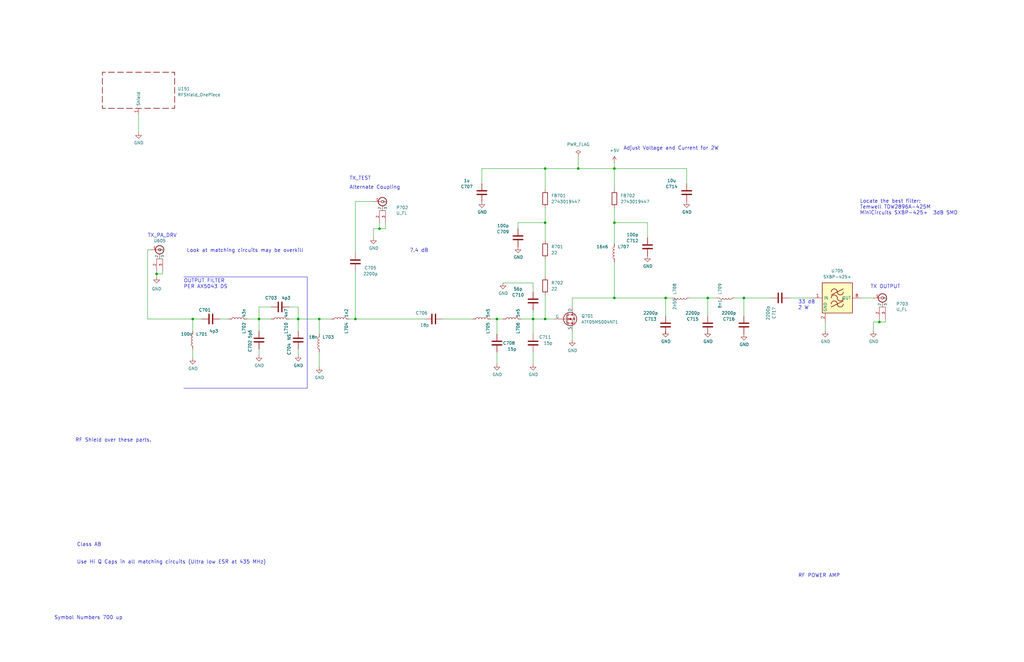
<source format=kicad_sch>
(kicad_sch (version 20230121) (generator eeschema)
  (paper "USLedger")
  (title_block (title "Radiation Tolerant PacSat Communication") (date "2023-06-17") (rev "A") (company "AMSAT-NA") (comment 1 "N5BRG"))
  (lib_symbols
    (symbol "Device:C" (pin_numbers hide) (pin_names (offset 0.254))
      (property "Reference" "C" (at 0.635 2.54 0))
      (property "Value" "C" (at 0.635 -2.54 0))
      (symbol "C_0_1"
        (polyline (pts (xy -2.032 -0.762) (xy 2.032 -0.762)) (stroke (width 0.508)))
        (polyline (pts (xy -2.032 0.762) (xy 2.032 0.762)) (stroke (width 0.508)))
      )
      (symbol "C_1_1"
        (pin passive line (at 0 3.81 270) (length 2.794) (name "~") (number "1"))
        (pin passive line (at 0 -3.81 90) (length 2.794) (name "~") (number "2"))
      )
    )
    (symbol "Device:L" (pin_numbers hide) (pin_names (offset 1.016) hide)
      (property "Reference" "L" (at -1.27 0 90))
      (property "Value" "L" (at 1.905 0 90))
      (symbol "L_0_1"
        (arc (start 0 -2.54) (mid 0.6323 -1.905) (end 0 -1.27))
        (arc (start 0 -1.27) (mid 0.6323 -0.635) (end 0 0))
        (arc (start 0 0) (mid 0.6323 0.635) (end 0 1.27))
        (arc (start 0 1.27) (mid 0.6323 1.905) (end 0 2.54))
      )
      (symbol "L_1_1"
        (pin passive line (at 0 3.81 270) (length 1.27) (name "1") (number "1"))
        (pin passive line (at 0 -3.81 90) (length 1.27) (name "2") (number "2"))
      )
    )
    (symbol "Device:R" (pin_numbers hide) (pin_names (offset 0))
      (property "Reference" "R" (at 2.032 0 90))
      (property "Value" "R" (at 0 0 90))
      (symbol "R_0_1"
        (rectangle (start -1.016 -2.54) (end 1.016 2.54) (stroke (width 0.254)))
      )
      (symbol "R_1_1"
        (pin passive line (at 0 3.81 270) (length 1.27) (name "~") (number "1"))
        (pin passive line (at 0 -3.81 90) (length 1.27) (name "~") (number "2"))
      )
    )
    (symbol "Device:RFShield_OnePiece" (pin_names (offset 1.016))
      (property "Reference" "J" (at 0 5.08 0))
      (property "Value" "RFShield_OnePiece" (at 0 2.54 0))
      (symbol "RFShield_OnePiece_0_1"
        (polyline (pts (xy -15.24 -5.08) (xy -15.24 -2.54)) (stroke (width 0.254)))
        (polyline (pts (xy -15.24 -1.27) (xy -15.24 1.27)) (stroke (width 0.254)))
        (polyline (pts (xy -15.24 2.54) (xy -15.24 5.08)) (stroke (width 0.254)))
        (polyline (pts (xy -12.7 7.62) (xy -10.16 7.62)) (stroke (width 0.254)))
        (polyline (pts (xy -10.16 -7.62) (xy -12.7 -7.62)) (stroke (width 0.254)))
        (polyline (pts (xy -6.35 -7.62) (xy -8.89 -7.62)) (stroke (width 0.254)))
        (polyline (pts (xy -6.35 7.62) (xy -8.89 7.62)) (stroke (width 0.254)))
        (polyline (pts (xy -2.54 -7.62) (xy -5.08 -7.62)) (stroke (width 0.254)))
        (polyline (pts (xy -2.54 7.62) (xy -5.08 7.62)) (stroke (width 0.254)))
        (polyline (pts (xy -1.27 -7.62) (xy 1.27 -7.62)) (stroke (width 0.254)))
        (polyline (pts (xy 1.27 7.62) (xy -1.27 7.62)) (stroke (width 0.254)))
        (polyline (pts (xy 2.54 -7.62) (xy 5.08 -7.62)) (stroke (width 0.254)))
        (polyline (pts (xy 5.08 7.62) (xy 2.54 7.62)) (stroke (width 0.254)))
        (polyline (pts (xy 6.35 -7.62) (xy 8.89 -7.62)) (stroke (width 0.254)))
        (polyline (pts (xy 8.89 7.62) (xy 6.35 7.62)) (stroke (width 0.254)))
        (polyline (pts (xy 10.16 -7.62) (xy 12.7 -7.62)) (stroke (width 0.254)))
        (polyline (pts (xy 12.7 7.62) (xy 10.16 7.62)) (stroke (width 0.254)))
        (polyline (pts (xy 15.24 -5.08) (xy 15.24 -2.54)) (stroke (width 0.254)))
        (polyline (pts (xy 15.24 -1.27) (xy 15.24 1.27)) (stroke (width 0.254)))
        (polyline (pts (xy 15.24 2.54) (xy 15.24 5.08)) (stroke (width 0.254)))
        (polyline (pts (xy -15.24 6.35) (xy -15.24 7.62) (xy -13.97 7.62)) (stroke (width 0.254)))
        (polyline (pts (xy -13.97 -7.62) (xy -15.24 -7.62) (xy -15.24 -6.35)) (stroke (width 0.254)))
        (polyline (pts (xy 13.97 -7.62) (xy 15.24 -7.62) (xy 15.24 -6.35)) (stroke (width 0.254)))
        (polyline (pts (xy 15.24 6.35) (xy 15.24 7.62) (xy 13.97 7.62)) (stroke (width 0.254)))
      )
      (symbol "RFShield_OnePiece_1_1"
        (pin passive line (at 0 -10.16 90) (length 2.54) (name "Shield") (number "1"))
      )
    )
    (symbol "PACSAT_DEV_misc:NMOS" (pin_numbers hide) (pin_names (offset 0))
      (property "Reference" "Q?" (at 6.35 1.27 0))
      (property "Value" "ATF05MS004NT1" (at 6.35 -1.27 0))
      (symbol "NMOS_0_1"
        (polyline (pts (xy 0.254 0) (xy -2.54 0)))
        (polyline (pts (xy 0.254 1.905) (xy 0.254 -1.905)) (stroke (width 0.254)))
        (polyline (pts (xy 0.762 -1.27) (xy 0.762 -2.286)) (stroke (width 0.254)))
        (polyline (pts (xy 0.762 0.508) (xy 0.762 -0.508)) (stroke (width 0.254)))
        (polyline (pts (xy 0.762 2.286) (xy 0.762 1.27)) (stroke (width 0.254)))
        (polyline (pts (xy 2.54 2.54) (xy 2.54 1.778)))
        (polyline (pts (xy 2.54 -2.54) (xy 2.54 0) (xy 0.762 0)))
        (polyline (pts (xy 0.762 -1.778) (xy 3.302 -1.778) (xy 3.302 1.778) (xy 0.762 1.778)))
        (polyline (pts (xy 1.016 0) (xy 2.032 0.381) (xy 2.032 -0.381) (xy 1.016 0)) (fill (type outline)))
        (polyline (pts (xy 2.794 0.508) (xy 2.921 0.381) (xy 3.683 0.381) (xy 3.81 0.254)))
        (polyline (pts (xy 3.302 0.381) (xy 2.921 -0.254) (xy 3.683 -0.254) (xy 3.302 0.381)))
        (circle (center 1.651 0) (radius 2.794) (stroke (width 0.254)))
        (circle (center 2.54 -1.778) (radius 0.254) (fill (type outline)))
        (circle (center 2.54 1.778) (radius 0.254) (fill (type outline)))
      )
      (symbol "NMOS_1_1"
        (pin input line (at -5.08 0 0) (length 2.54) (name "G") (number "1"))
        (pin passive line (at 2.54 -5.08 90) (length 2.54) (name "S") (number "2"))
        (pin passive line (at 2.54 5.08 270) (length 2.54) (name "D") (number "3"))
      )
    )
    (symbol "PACSAT_DEV_misc:U_FL"
      (property "Reference" "U" (at -3.81 2.54 0))
      (symbol "U_FL_0_1"
        (polyline (pts (xy -1.27 -3.81) (xy 1.27 -3.81)))
        (polyline (pts (xy 0 -3.81) (xy 0 -1.778)))
        (circle (center 0 0) (radius 0.508) (stroke (width 0.2032)))
        (circle (center 0 0) (radius 1.778) (stroke (width 0.3048)))
      )
      (symbol "U_FL_1_1"
        (pin bidirectional line (at -3.81 0 0) (length 3.302) (name "In") (number "1"))
        (pin power_in line (at -1.27 -8.89 90) (length 5.08) (name "2") (number "2"))
        (pin power_in line (at 1.27 -8.89 90) (length 5.08) (name "3") (number "3"))
      )
    )
    (symbol "RF_Filter:SXBP-202"
      (property "Reference" "U" (at -6.35 7.62 0))
      (property "Value" "SXBP-202" (at 6.35 7.62 0))
      (symbol "SXBP-202_0_1"
        (rectangle (start -6.35 6.35) (end 6.35 -6.35) (stroke (width 0.254)) (fill (type background)))
        (arc (start 0 -2.54) (mid -1.27 -1.2755) (end -2.54 -2.54) (stroke (width 0.254)))
        (arc (start 0 -2.54) (mid 1.27 -3.8045) (end 2.54 -2.54) (stroke (width 0.254)))
        (arc (start 0 0) (mid -1.27 1.2645) (end -2.54 0) (stroke (width 0.254)))
        (polyline (pts (xy -2.54 -3.81) (xy 2.54 -1.27)) (stroke (width 0.254)))
        (polyline (pts (xy -2.54 1.27) (xy 2.54 3.81)) (stroke (width 0.254)))
        (arc (start 0 0) (mid 1.27 -1.2645) (end 2.54 0) (stroke (width 0.254)))
        (arc (start 0 2.54) (mid -1.27 3.8045) (end -2.54 2.54) (stroke (width 0.254)))
        (arc (start 0 2.54) (mid 1.27 1.2755) (end 2.54 2.54) (stroke (width 0.254)))
      )
      (symbol "SXBP-202_1_1"
        (pin input line (at -10.16 0 0) (length 3.81) (name "IN") (number "1"))
        (pin power_in line (at -5.08 -10.16 90) (length 3.81) (name "GND") (number "2"))
        (pin passive line (at -5.08 -10.16 90) (length 3.81) hide (name "GND") (number "3"))
        (pin passive line (at -5.08 -10.16 90) (length 3.81) hide (name "GND") (number "4"))
        (pin passive line (at -5.08 -10.16 90) (length 3.81) hide (name "GND") (number "5"))
        (pin passive line (at -5.08 -10.16 90) (length 3.81) hide (name "GND") (number "6"))
        (pin passive line (at -5.08 -10.16 90) (length 3.81) hide (name "GND") (number "7"))
        (pin output line (at 10.16 0 180) (length 3.81) (name "OUT") (number "8"))
      )
    )
    (symbol "power:+5V" (power) (pin_names (offset 0))
      (property "Value" "+5V" (at 0 3.556 0))
      (symbol "+5V_0_1"
        (polyline (pts (xy -0.762 1.27) (xy 0 2.54)))
        (polyline (pts (xy 0 0) (xy 0 2.54)))
        (polyline (pts (xy 0 2.54) (xy 0.762 1.27)))
      )
      (symbol "+5V_1_1"
        (pin power_in line (at 0 0 90) (length 0) hide (name "+5V") (number "1"))
      )
    )
    (symbol "power:GND" (power) (pin_names (offset 0))
      (property "Value" "GND" (at 0 -3.81 0))
      (symbol "GND_0_1"
        (polyline (pts (xy 0 0) (xy 0 -1.27) (xy 1.27 -1.27) (xy 0 -2.54) (xy -1.27 -1.27) (xy 0 -1.27)))
      )
      (symbol "GND_1_1"
        (pin power_in line (at 0 0 270) (length 0) hide (name "GND") (number "1"))
      )
    )
    (symbol "power:PWR_FLAG" (power) (pin_numbers hide) (pin_names (offset 0) hide)
      (property "Value" "PWR_FLAG" (at 0 3.81 0))
      (symbol "PWR_FLAG_0_0"
        (pin power_out line (at 0 0 90) (length 0) (name "pwr") (number "1"))
      )
      (symbol "PWR_FLAG_0_1"
        (polyline (pts (xy 0 0) (xy 0 1.27) (xy -1.016 1.905) (xy 0 2.54) (xy 1.016 1.905) (xy 0 1.27)))
      )
    )
  )
  (junction (at 259.08 125.73))
  (junction (at 209.55 134.62))
  (junction (at 280.67 125.73))
  (junction (at 109.22 134.62))
  (junction (at 160.02 96.52))
  (junction (at 125.73 134.62))
  (junction (at 298.45 125.73))
  (junction (at 370.84 135.89))
  (junction (at 229.87 71.12))
  (junction (at 259.08 71.12))
  (junction (at 229.87 93.98))
  (junction (at 134.62 134.62))
  (junction (at 229.87 134.62))
  (junction (at 149.86 134.62))
  (junction (at 224.79 134.62))
  (junction (at 243.84 71.12))
  (junction (at 259.08 93.98))
  (junction (at 313.69 125.73))
  (junction (at 81.28 134.62))
  (junction (at 66.04 115.57))
  (wire (pts (xy 68.58 114.3) (xy 68.58 115.57)))
  (wire (pts (xy 209.55 134.62) (xy 209.55 140.97)))
  (wire (pts (xy 149.86 114.3) (xy 149.86 134.62)))
  (wire (pts (xy 224.79 134.62) (xy 229.87 134.62)))
  (wire (pts (xy 289.56 77.47) (xy 289.56 71.12)))
  (wire (pts (xy 186.69 134.62) (xy 199.39 134.62)))
  (wire (pts (xy 229.87 71.12) (xy 243.84 71.12)))
  (wire (pts (xy 243.84 66.04) (xy 243.84 71.12)))
  (wire (pts (xy 273.05 93.98) (xy 273.05 100.33)))
  (wire (pts (xy 243.84 71.12) (xy 259.08 71.12)))
  (wire (pts (xy 149.86 134.62) (xy 179.07 134.62)))
  (wire (pts (xy 157.48 96.52) (xy 157.48 100.33)))
  (wire (pts (xy 66.04 115.57) (xy 68.58 115.57)))
  (wire (pts (xy 259.08 87.63) (xy 259.08 93.98)))
  (wire (pts (xy 229.87 124.46) (xy 229.87 134.62)))
  (wire (pts (xy 162.56 96.52) (xy 162.56 93.98)))
  (wire (pts (xy 290.83 125.73) (xy 298.45 125.73)))
  (wire (pts (xy 207.01 134.62) (xy 209.55 134.62)))
  (wire (pts (xy 280.67 133.35) (xy 280.67 125.73)))
  (wire (pts (xy 134.62 148.59) (xy 134.62 154.94)))
  (wire (pts (xy 259.08 110.49) (xy 259.08 125.73)))
  (wire (pts (xy 66.04 115.57) (xy 66.04 116.84)))
  (wire (pts (xy 373.38 135.89) (xy 373.38 134.62)))
  (wire (pts (xy 370.84 135.89) (xy 373.38 135.89)))
  (wire (pts (xy 125.73 134.62) (xy 125.73 139.7)))
  (wire (pts (xy 309.88 125.73) (xy 313.69 125.73)))
  (wire (pts (xy 121.92 129.54) (xy 125.73 129.54)))
  (wire (pts (xy 368.3 135.89) (xy 370.84 135.89)))
  (wire (pts (xy 298.45 140.97) (xy 298.45 139.7)))
  (wire (pts (xy 370.84 135.89) (xy 370.84 134.62)))
  (wire (pts (xy 298.45 125.73) (xy 302.26 125.73)))
  (wire (pts (xy 229.87 93.98) (xy 229.87 101.6)))
  (polyline (pts (xy 129.54 116.84) (xy 129.54 163.83)))
  (wire (pts (xy 109.22 134.62) (xy 114.3 134.62)))
  (wire (pts (xy 368.3 135.89) (xy 368.3 139.7)))
  (wire (pts (xy 347.98 139.7) (xy 347.98 135.89)))
  (wire (pts (xy 203.2 71.12) (xy 229.87 71.12)))
  (wire (pts (xy 313.69 125.73) (xy 325.12 125.73)))
  (wire (pts (xy 147.32 134.62) (xy 149.86 134.62)))
  (wire (pts (xy 313.69 125.73) (xy 313.69 133.35)))
  (wire (pts (xy 224.79 119.38) (xy 212.09 119.38)))
  (wire (pts (xy 229.87 87.63) (xy 229.87 93.98)))
  (wire (pts (xy 125.73 134.62) (xy 134.62 134.62)))
  (polyline (pts (xy 129.54 163.83) (xy 77.47 163.83)))
  (wire (pts (xy 259.08 71.12) (xy 259.08 68.58)))
  (wire (pts (xy 66.04 114.3) (xy 66.04 115.57)))
  (wire (pts (xy 160.02 96.52) (xy 160.02 93.98)))
  (wire (pts (xy 259.08 93.98) (xy 259.08 102.87)))
  (wire (pts (xy 259.08 71.12) (xy 259.08 80.01)))
  (wire (pts (xy 229.87 109.22) (xy 229.87 116.84)))
  (wire (pts (xy 259.08 125.73) (xy 280.67 125.73)))
  (wire (pts (xy 241.3 129.54) (xy 241.3 125.73)))
  (wire (pts (xy 160.02 96.52) (xy 162.56 96.52)))
  (wire (pts (xy 203.2 71.12) (xy 203.2 77.47)))
  (wire (pts (xy 104.14 134.62) (xy 109.22 134.62)))
  (wire (pts (xy 149.86 85.09) (xy 149.86 106.68)))
  (wire (pts (xy 224.79 123.19) (xy 224.79 119.38)))
  (wire (pts (xy 81.28 134.62) (xy 81.28 139.7)))
  (wire (pts (xy 229.87 134.62) (xy 233.68 134.62)))
  (wire (pts (xy 134.62 134.62) (xy 139.7 134.62)))
  (wire (pts (xy 241.3 125.73) (xy 259.08 125.73)))
  (wire (pts (xy 224.79 134.62) (xy 224.79 130.81)))
  (wire (pts (xy 81.28 147.32) (xy 81.28 151.13)))
  (wire (pts (xy 92.71 134.62) (xy 96.52 134.62)))
  (wire (pts (xy 157.48 96.52) (xy 160.02 96.52)))
  (wire (pts (xy 134.62 134.62) (xy 134.62 140.97)))
  (wire (pts (xy 62.23 105.41) (xy 62.23 134.62)))
  (wire (pts (xy 241.3 139.7) (xy 241.3 143.51)))
  (wire (pts (xy 298.45 125.73) (xy 298.45 133.35)))
  (wire (pts (xy 109.22 147.32) (xy 109.22 149.86)))
  (wire (pts (xy 109.22 129.54) (xy 109.22 134.62)))
  (wire (pts (xy 109.22 134.62) (xy 109.22 139.7)))
  (wire (pts (xy 218.44 96.52) (xy 218.44 93.98)))
  (wire (pts (xy 224.79 148.59) (xy 224.79 153.67)))
  (wire (pts (xy 63.5 105.41) (xy 62.23 105.41)))
  (wire (pts (xy 157.48 85.09) (xy 149.86 85.09)))
  (wire (pts (xy 280.67 140.97) (xy 280.67 139.7)))
  (wire (pts (xy 58.42 48.26) (xy 58.42 55.88)))
  (wire (pts (xy 332.74 125.73) (xy 342.9 125.73)))
  (wire (pts (xy 209.55 134.62) (xy 212.09 134.62)))
  (wire (pts (xy 109.22 129.54) (xy 114.3 129.54)))
  (wire (pts (xy 224.79 134.62) (xy 224.79 140.97)))
  (wire (pts (xy 219.71 134.62) (xy 224.79 134.62)))
  (wire (pts (xy 209.55 148.59) (xy 209.55 153.67)))
  (polyline (pts (xy 77.47 116.84) (xy 129.54 116.84)))
  (wire (pts (xy 280.67 125.73) (xy 283.21 125.73)))
  (wire (pts (xy 125.73 129.54) (xy 125.73 134.62)))
  (wire (pts (xy 259.08 93.98) (xy 273.05 93.98)))
  (wire (pts (xy 218.44 93.98) (xy 229.87 93.98)))
  (wire (pts (xy 363.22 125.73) (xy 368.3 125.73)))
  (wire (pts (xy 125.73 147.32) (xy 125.73 149.86)))
  (wire (pts (xy 62.23 134.62) (xy 81.28 134.62)))
  (wire (pts (xy 229.87 71.12) (xy 229.87 80.01)))
  (wire (pts (xy 121.92 134.62) (xy 125.73 134.62)))
  (wire (pts (xy 81.28 134.62) (xy 85.09 134.62)))
  (wire (pts (xy 289.56 71.12) (xy 259.08 71.12)))
  (text "Adjust Voltage and Current for 2W" (at 262.89 63.5 0) (effects (font (size 1.524 1.524)) (justify left bottom)))
  (text "Symbol Numbers 700 up" (at 22.86 261.62 0) (effects (font (size 1.524 1.524)) (justify left bottom)))
  (text "RF Shield over these parts." (at 31.75 186.69 0) (effects (font (size 1.524 1.524)) (justify left bottom)))
  (text "OUTPUT FILTER\nPER AX5043 DS" (at 77.47 121.92 0) (effects (font (size 1.524 1.524)) (justify left bottom)))
  (text "Look at matching circuits may be overkill" (at 78.74 106.68 0) (effects (font (size 1.524 1.524)) (justify left bottom)))
  (text "RF POWER AMP" (at 336.55 243.84 0) (effects (font (size 1.524 1.524)) (justify left bottom)))
  (text "Locate the best filter:\nTemwell TDW2896A-425M\nMiniCircuits SXBP-425+  3dB SMD" (at 362.585 90.805 0) (effects (font (size 1.524 1.524)) (justify left bottom)))
  (text "33 dB\n2 W" (at 336.55 130.81 0) (effects (font (size 1.524 1.524)) (justify left bottom)))
  (text "TX OUTPUT" (at 367.03 121.92 0) (effects (font (size 1.524 1.524)) (justify left bottom)))
  (text "7.4 dB" (at 172.72 106.68 0) (effects (font (size 1.524 1.524)) (justify left bottom)))
  (text "Alternate Coupling" (at 147.32 80.01 0) (effects (font (size 1.524 1.524)) (justify left bottom)))
  (text "\nClass AB \n\n\nUse Hi Q Caps in all matching circuits (Ultra low ESR at 435 MHz)" (at 32.385 238.125 0) (effects (font (size 1.524 1.524)) (justify left bottom)))
  (text "TX_PA_DRV" (at 62.23 100.33 0) (effects (font (size 1.524 1.524)) (justify left bottom)))
  (text "TX_TEST" (at 147.32 76.2 0) (effects (font (size 1.524 1.524)) (justify left bottom)))
  (symbol (lib_id "Device:C") (at 109.22 143.51 180) (unit 1)
    (property "Reference" "C702" (at 105.41 146.05 90))
    (property "Value" "5p6" (at 105.41 140.97 90))
    (property "Footprint" "Capacitor_SMD:C_0603_1608Metric_Pad1.08x0.95mm_HandSolder" (effects hide))
  )
  (symbol (lib_id "Device:C") (at 125.73 143.51 0) (unit 1)
    (property "Reference" "C704" (at 121.92 147.32 90))
    (property "Value" "NS" (at 121.92 142.24 90))
    (property "Footprint" "Capacitor_SMD:C_0603_1608Metric_Pad1.08x0.95mm_HandSolder" (effects hide))
  )
  (symbol (lib_id "Device:L") (at 100.33 134.62 90) (unit 1)
    (property "Reference" "L702" (at 102.87 138.43 0))
    (property "Value" "43n" (at 102.87 132.08 0))
    (property "Footprint" "PacSatDev_misc:L_Murata_LQH2MCNxxxx02_2.0x1.6mm" (effects hide))
  )
  (symbol (lib_id "Device:C") (at 88.9 134.62 90) (unit 1)
    (property "Reference" "C701" (at 86.36 130.81 90))
    (property "Value" "4p3" (at 90.17 139.7 90))
    (property "Footprint" "Capacitor_SMD:C_0603_1608Metric_Pad1.08x0.95mm_HandSolder" (effects hide))
  )
  (symbol (lib_id "Device:L") (at 118.11 134.62 90) (unit 1)
    (property "Reference" "L710" (at 120.65 138.43 0))
    (property "Value" "4n7" (at 120.65 132.08 0))
    (property "Footprint" "Inductor_SMD:L_0201_0603Metric_Pad0.64x0.40mm_HandSolder" (effects hide))
  )
  (symbol (lib_id "power:GND") (at 109.22 149.86 0) (unit 1)
    (property "Reference" "#PWR0704" (effects hide))
    (property "Value" "GND" (at 109.347 154.2542 0))
  )
  (symbol (lib_id "power:GND") (at 125.73 149.86 0) (unit 1)
    (property "Reference" "#PWR0705" (effects hide))
    (property "Value" "GND" (at 125.857 154.2542 0))
  )
  (symbol (lib_id "Device:L") (at 81.28 143.51 180) (unit 1)
    (property "Reference" "L701" (at 85.09 140.97 0))
    (property "Value" "100n" (at 78.74 140.97 0))
    (property "Footprint" "PacSatDev_murata:L_0603" (effects hide))
  )
  (symbol (lib_id "power:GND") (at 81.28 151.13 0) (unit 1)
    (property "Reference" "#PWR0703" (effects hide))
    (property "Value" "GND" (at 81.407 155.5242 0))
  )
  (symbol (lib_id "Device:C") (at 118.11 129.54 90) (unit 1)
    (property "Reference" "C703" (at 114.3 125.73 90))
    (property "Value" "4p3" (at 120.65 125.73 90))
    (property "Footprint" "Capacitor_SMD:C_0603_1608Metric_Pad1.08x0.95mm_HandSolder" (effects hide))
  )
  (symbol (lib_id "Device:C") (at 203.2 81.28 0) (unit 1)
    (property "Reference" "C707" (at 196.85 78.74 0))
    (property "Value" "1u" (at 196.85 76.2 0))
    (property "Footprint" "Capacitor_SMD:C_0603_1608Metric_Pad1.08x0.95mm_HandSolder" (effects hide))
  )
  (symbol (lib_id "power:GND") (at 313.69 140.97 0) (unit 1)
    (property "Reference" "#PWR0720" (effects hide))
    (property "Value" "GND" (at 313.817 145.3642 0))
  )
  (symbol (lib_id "Device:L") (at 287.02 125.73 270) (unit 1)
    (property "Reference" "L708" (at 284.48 121.92 0))
    (property "Value" "2n55" (at 284.48 128.27 0))
    (property "Footprint" "PacSatDev_misc:L_Murata_LQH2MCNxxxx02_2.0x1.6mm" (effects hide))
  )
  (symbol (lib_id "Device:L") (at 215.9 134.62 90) (unit 1)
    (property "Reference" "L706" (at 218.44 138.43 0))
    (property "Value" "5n5" (at 218.44 132.08 0))
    (property "Footprint" "PacSatDev_misc:L_Murata_LQH2MCNxxxx02_2.0x1.6mm" (effects hide))
  )
  (symbol (lib_id "Device:C") (at 280.67 137.16 0) (unit 1)
    (property "Reference" "C713" (at 274.32 134.62 0))
    (property "Value" "2200p" (at 274.32 132.08 0))
    (property "Footprint" "Capacitor_SMD:C_0603_1608Metric_Pad1.08x0.95mm_HandSolder" (effects hide))
  )
  (symbol (lib_id "power:GND") (at 66.04 116.84 0) (unit 1)
    (property "Reference" "#PWR0614" (effects hide))
    (property "Value" "GND" (at 66.04 121.92 0))
    (instances (project "PacSat_Dev_RevC_231018" (path "" (reference "#PWR0614") (unit 1)) (path "" (reference "#PWR0702") (unit 1))))
  )
  (symbol (lib_id "power:GND") (at 273.05 107.95 0) (unit 1)
    (property "Reference" "#PWR0716" (effects hide))
    (property "Value" "GND" (at 273.177 112.3442 0))
  )
  (symbol (lib_id "Device:R") (at 259.08 83.82 0) (unit 1)
    (property "Reference" "FB702" (at 261.62 82.55 0) (effects (justify left)))
    (property "Value" "2743019447" (at 261.62 85.09 0) (effects (justify left)))
    (property "Footprint" "Resistor_SMD:R_0603_1608Metric_Pad0.98x0.95mm_HandSolder" (effects hide))
  )
  (symbol (lib_id "Device:C") (at 289.56 81.28 0) (unit 1)
    (property "Reference" "C714" (at 283.21 78.74 0))
    (property "Value" "10u" (at 283.21 76.2 0))
    (property "Footprint" "Capacitor_SMD:C_0603_1608Metric_Pad1.08x0.95mm_HandSolder" (effects hide))
  )
  (symbol (lib_id "power:GND") (at 212.09 119.38 0) (unit 1)
    (property "Reference" "#PWR0710" (effects hide))
    (property "Value" "GND" (at 212.217 123.7742 0))
  )
  (symbol (lib_id "power:GND") (at 218.44 104.14 0) (unit 1)
    (property "Reference" "#PWR0711" (effects hide))
    (property "Value" "GND" (at 218.567 108.5342 0))
  )
  (symbol (lib_id "PACSAT_DEV_misc:NMOS") (at 238.76 134.62 0) (unit 1)
    (property "Reference" "Q701" (at 245.11 133.35 0) (effects (justify left)))
    (property "Value" "ATF05MS004NT1" (at 245.11 135.89 0) (effects (justify left)))
    (property "Footprint" "Package_TO_SOT_SMD:SOT-89-3" (effects hide))
    (property "Datasheet" "https://ngspice.sourceforge.io/docs/ngspice-manual.pdf" (effects hide))
    (property "Sim.Device" "NMOS" (effects hide))
    (property "Sim.Type" "VDMOS" (effects hide))
    (property "Sim.Pins" "3=D 1=G 2=S" (effects hide))
  )
  (symbol (lib_id "Device:C") (at 182.88 134.62 270) (unit 1)
    (property "Reference" "C706" (at 177.8 132.08 90))
    (property "Value" "18p" (at 179.07 137.16 90))
    (property "Footprint" "Capacitor_SMD:C_0603_1608Metric_Pad1.08x0.95mm_HandSolder" (effects hide))
  )
  (symbol (lib_id "power:GND") (at 224.79 153.67 0) (unit 1)
    (property "Reference" "#PWR0712" (effects hide))
    (property "Value" "GND" (at 224.917 158.0642 0))
  )
  (symbol (lib_id "power:GND") (at 368.3 139.7 0) (unit 1)
    (property "Reference" "#PWR0722" (effects hide))
    (property "Value" "GND" (at 368.427 144.0942 0))
  )
  (symbol (lib_id "Device:L") (at 143.51 134.62 90) (unit 1)
    (property "Reference" "L704" (at 146.05 138.43 0))
    (property "Value" "1n2" (at 146.05 132.08 0))
    (property "Footprint" "PacSatDev_misc:L_Murata_LQH2MCNxxxx02_2.0x1.6mm" (effects hide))
  )
  (symbol (lib_id "Device:RFShield_OnePiece") (at 58.42 38.1 0) (unit 1)
    (property "Reference" "U151" (at 74.93 37.465 0) (effects (justify left)))
    (property "Value" "RFShield_OnePiece" (at 74.93 40.005 0) (effects (justify left)))
    (property "Footprint" "PacSatDev_misc:RF_SHIELD_PAD" (effects hide))
    (instances (project "PacSat_Dev_RevC_231018" (path "" (reference "U151") (unit 1)) (path "" (reference "U701") (unit 1))))
  )
  (symbol (lib_id "Device:L") (at 259.08 106.68 180) (unit 1)
    (property "Reference" "L707" (at 262.89 104.14 0))
    (property "Value" "16n6" (at 254 104.14 0))
    (property "Footprint" "PacSatDev_misc:L_Murata_LQH2MCNxxxx02_2.0x1.6mm" (effects hide))
  )
  (symbol (lib_id "Device:L") (at 134.62 144.78 180) (unit 1)
    (property "Reference" "L703" (at 138.43 142.24 0))
    (property "Value" "18n" (at 132.08 142.24 0))
    (property "Footprint" "PacSatDev_murata:L_0603" (effects hide))
  )
  (symbol (lib_id "PACSAT_DEV_misc:U_FL") (at 161.29 85.09 0) (unit 1)
    (property "Reference" "P702" (at 167.0558 87.6046 0) (effects (justify left)))
    (property "Value" "U_FL" (at 167.0558 89.916 0) (effects (justify left)))
    (property "Footprint" "PacSatDev_misc:U_FL" (effects hide))
  )
  (symbol (lib_id "RF_Filter:SXBP-202") (at 353.06 125.73 0) (unit 1)
    (property "Reference" "U705" (at 353.06 114.3 0))
    (property "Value" "SXBP-425+" (at 353.06 116.84 0))
    (property "Footprint" "PacSatDev_misc:Mini-Circuits_HF1139_LandPatternPL-230" (effects hide))
    (property "Datasheet" "https://www.minicircuits.com/pdfs/SXBP-202+.pdf" (effects hide))
  )
  (symbol (lib_id "Device:C") (at 218.44 100.33 0) (unit 1)
    (property "Reference" "C709" (at 212.09 97.79 0))
    (property "Value" "100p" (at 212.09 95.25 0))
    (property "Footprint" "Capacitor_SMD:C_0603_1608Metric_Pad1.08x0.95mm_HandSolder" (effects hide))
  )
  (symbol (lib_id "power:GND") (at 347.98 139.7 0) (unit 1)
    (property "Reference" "#PWR0721" (effects hide))
    (property "Value" "GND" (at 348.107 144.0942 0))
  )
  (symbol (lib_id "power:GND") (at 298.45 139.7 0) (unit 1)
    (property "Reference" "#PWR0719" (effects hide))
    (property "Value" "GND" (at 298.577 144.0942 0))
  )
  (symbol (lib_id "Device:C") (at 224.79 127 0) (unit 1)
    (property "Reference" "C710" (at 218.44 124.46 0))
    (property "Value" "56p" (at 218.44 121.92 0))
    (property "Footprint" "Capacitor_SMD:C_0603_1608Metric_Pad1.08x0.95mm_HandSolder" (effects hide))
  )
  (symbol (lib_id "PACSAT_DEV_misc:U_FL") (at 67.31 105.41 0) (unit 1)
    (property "Reference" "U605" (at 64.77 101.6 0) (effects (justify left)))
    (property "Value" "~" (at 67.31 105.41 0))
    (property "Footprint" "PacSatDev_misc:U_FL" (effects hide))
    (instances (project "PacSat_Dev_RevC_231018" (path "" (reference "U605") (unit 1)) (path "" (reference "P701") (unit 1))))
  )
  (symbol (lib_id "Device:R") (at 229.87 105.41 0) (unit 1)
    (property "Reference" "R701" (at 232.41 104.14 0) (effects (justify left)))
    (property "Value" "22" (at 232.41 106.68 0) (effects (justify left)))
    (property "Footprint" "Resistor_SMD:R_0603_1608Metric_Pad0.98x0.95mm_HandSolder" (effects hide))
  )
  (symbol (lib_id "Device:C") (at 149.86 110.49 180) (unit 1)
    (property "Reference" "C705" (at 156.21 113.03 0))
    (property "Value" "2200p" (at 156.21 115.57 0))
    (property "Footprint" "Capacitor_SMD:C_0603_1608Metric_Pad1.08x0.95mm_HandSolder" (effects hide))
  )
  (symbol (lib_id "Device:C") (at 209.55 144.78 0) (unit 1)
    (property "Reference" "C708" (at 214.63 144.78 0))
    (property "Value" "15p" (at 215.9 147.32 0))
    (property "Footprint" "Capacitor_SMD:C_0603_1608Metric_Pad1.08x0.95mm_HandSolder" (effects hide))
  )
  (symbol (lib_id "power:GND") (at 58.42 55.88 0) (unit 1)
    (property "Reference" "#PWR0161" (effects hide))
    (property "Value" "GND" (at 58.547 60.2742 0))
    (instances (project "PacSat_Dev_RevC_231018" (path "" (reference "#PWR0161") (unit 1)) (path "" (reference "#PWR0701") (unit 1))))
  )
  (symbol (lib_id "power:GND") (at 280.67 139.7 0) (unit 1)
    (property "Reference" "#PWR0717" (effects hide))
    (property "Value" "GND" (at 280.797 144.0942 0))
  )
  (symbol (lib_id "Device:R") (at 229.87 83.82 0) (unit 1)
    (property "Reference" "FB701" (at 232.41 82.55 0) (effects (justify left)))
    (property "Value" "2743019447" (at 232.41 85.09 0) (effects (justify left)))
    (property "Footprint" "Resistor_SMD:R_0603_1608Metric_Pad0.98x0.95mm_HandSolder" (effects hide))
  )
  (symbol (lib_id "Device:R") (at 229.87 120.65 0) (unit 1)
    (property "Reference" "R702" (at 232.41 119.38 0) (effects (justify left)))
    (property "Value" "22" (at 232.41 121.92 0) (effects (justify left)))
    (property "Footprint" "Resistor_SMD:R_0603_1608Metric_Pad0.98x0.95mm_HandSolder" (effects hide))
  )
  (symbol (lib_id "power:GND") (at 203.2 85.09 0) (unit 1)
    (property "Reference" "#PWR0708" (effects hide))
    (property "Value" "GND" (at 203.327 89.4842 0))
  )
  (symbol (lib_id "Device:C") (at 224.79 144.78 0) (unit 1)
    (property "Reference" "C711" (at 229.87 142.24 0))
    (property "Value" "15p" (at 231.14 144.78 0))
    (property "Footprint" "Capacitor_SMD:C_0603_1608Metric_Pad1.08x0.95mm_HandSolder" (effects hide))
  )
  (symbol (lib_id "Device:C") (at 298.45 137.16 0) (unit 1)
    (property "Reference" "C715" (at 292.1 134.62 0))
    (property "Value" "2200p" (at 292.1 132.08 0))
    (property "Footprint" "Capacitor_SMD:C_0603_1608Metric_Pad1.08x0.95mm_HandSolder" (effects hide))
  )
  (symbol (lib_id "power:GND") (at 157.48 100.33 0) (unit 1)
    (property "Reference" "#PWR0707" (effects hide))
    (property "Value" "GND" (at 157.607 104.7242 0))
  )
  (symbol (lib_id "power:PWR_FLAG") (at 243.84 66.04 0) (unit 1)
    (property "Reference" "#FLG0701" (effects hide))
    (property "Value" "PWR_FLAG" (at 243.84 60.96 0))
  )
  (symbol (lib_id "power:GND") (at 241.3 143.51 0) (unit 1)
    (property "Reference" "#PWR0714" (effects hide))
    (property "Value" "GND" (at 241.427 147.9042 0))
  )
  (symbol (lib_id "power:GND") (at 289.56 85.09 0) (unit 1)
    (property "Reference" "#PWR0718" (effects hide))
    (property "Value" "GND" (at 289.687 89.4842 0))
  )
  (symbol (lib_id "Device:L") (at 306.07 125.73 270) (unit 1)
    (property "Reference" "L709" (at 303.53 121.92 0))
    (property "Value" "8n1" (at 303.53 128.27 0))
    (property "Footprint" "PacSatDev_misc:L_Murata_LQH2MCNxxxx02_2.0x1.6mm" (effects hide))
  )
  (symbol (lib_id "Device:L") (at 203.2 134.62 90) (unit 1)
    (property "Reference" "L705" (at 205.74 138.43 0))
    (property "Value" "5n5" (at 205.74 132.08 0))
    (property "Footprint" "PacSatDev_misc:L_Murata_LQH2MCNxxxx02_2.0x1.6mm" (effects hide))
  )
  (symbol (lib_id "power:GND") (at 134.62 154.94 0) (unit 1)
    (property "Reference" "#PWR0706" (effects hide))
    (property "Value" "GND" (at 134.747 159.3342 0))
  )
  (symbol (lib_id "Device:C") (at 328.93 125.73 90) (unit 1)
    (property "Reference" "C717" (at 326.39 132.08 0))
    (property "Value" "2200p" (at 323.85 132.08 0))
    (property "Footprint" "Capacitor_SMD:C_0603_1608Metric_Pad1.08x0.95mm_HandSolder" (effects hide))
  )
  (symbol (lib_id "power:GND") (at 209.55 153.67 0) (unit 1)
    (property "Reference" "#PWR0709" (effects hide))
    (property "Value" "GND" (at 209.677 158.0642 0))
  )
  (symbol (lib_id "power:+5V") (at 259.08 68.58 0) (unit 1)
    (property "Reference" "#PWR0715" (effects hide))
    (property "Value" "+5V" (at 259.08 63.5 0))
  )
  (symbol (lib_id "PACSAT_DEV_misc:U_FL") (at 372.11 125.73 0) (unit 1)
    (property "Reference" "P703" (at 377.8758 128.2446 0) (effects (justify left)))
    (property "Value" "U_FL" (at 377.8758 130.556 0) (effects (justify left)))
    (property "Footprint" "PacSatDev_misc:U_FL" (effects hide))
  )
  (symbol (lib_id "Device:C") (at 313.69 137.16 0) (unit 1)
    (property "Reference" "C716" (at 307.34 134.62 0))
    (property "Value" "2200p" (at 307.34 132.08 0))
    (property "Footprint" "Capacitor_SMD:C_0603_1608Metric_Pad1.08x0.95mm_HandSolder" (effects hide))
  )
  (symbol (lib_id "Device:C") (at 273.05 104.14 0) (unit 1)
    (property "Reference" "C712" (at 266.7 101.6 0))
    (property "Value" "100p" (at 266.7 99.06 0))
    (property "Footprint" "Capacitor_SMD:C_0603_1608Metric_Pad1.08x0.95mm_HandSolder" (effects hide))
  )
)
</source>
